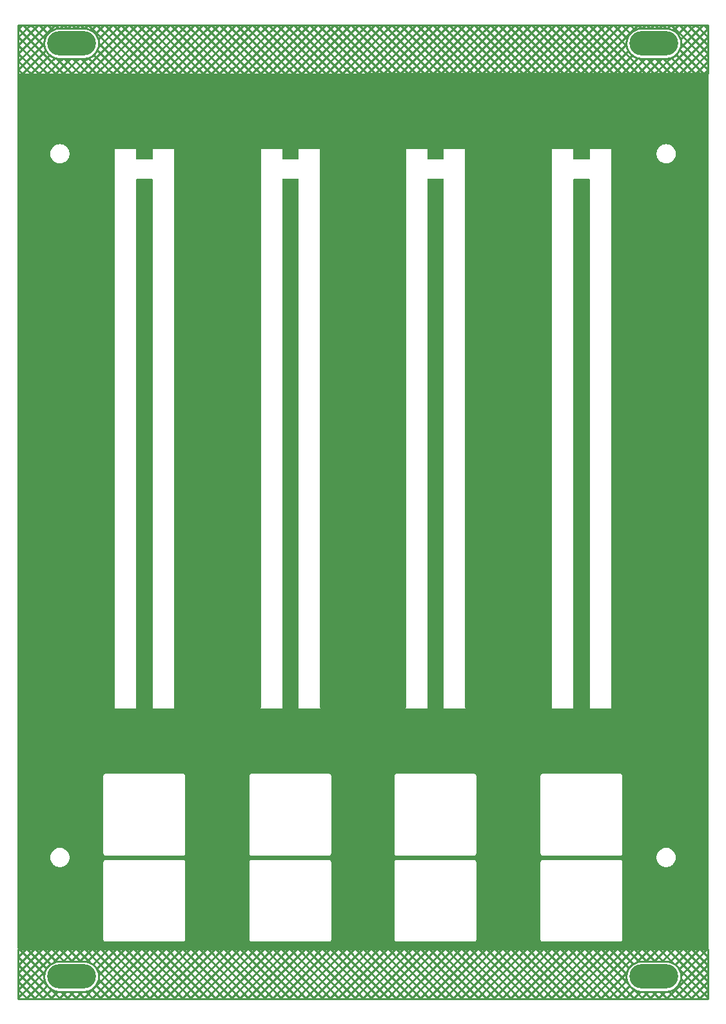
<source format=gbl>
G04 Layer: BottomLayer*
G04 EasyEDA v6.5.29, 2023-07-18 10:35:04*
G04 3d4cdd4c9cf84954a9378beb5d92b1fd,5a6b42c53f6a479593ecc07194224c93,10*
G04 Gerber Generator version 0.2*
G04 Scale: 100 percent, Rotated: No, Reflected: No *
G04 Dimensions in millimeters *
G04 leading zeros omitted , absolute positions ,4 integer and 5 decimal *
%FSLAX45Y45*%
%MOMM*%

%ADD10C,0.2540*%
%ADD11O,6.4000126X3.1999936*%

%LPD*%
G36*
X36068Y698500D02*
G01*
X32156Y699262D01*
X28905Y701497D01*
X26670Y704748D01*
X25908Y708660D01*
X25908Y3837940D01*
X26670Y3841851D01*
X28905Y3845102D01*
X32156Y3847337D01*
X36068Y3848100D01*
X32156Y3848862D01*
X28905Y3851097D01*
X26670Y3854348D01*
X25908Y3858260D01*
X25908Y12150090D01*
X26670Y12154001D01*
X28905Y12157303D01*
X32156Y12159488D01*
X36068Y12160250D01*
X9095232Y12166600D01*
X9099092Y12165787D01*
X9102394Y12163602D01*
X9104630Y12160300D01*
X9105392Y12156440D01*
X9105392Y708660D01*
X9104630Y704748D01*
X9102394Y701497D01*
X9099143Y699262D01*
X9095232Y698500D01*
G37*

%LPC*%
G36*
X584200Y10999317D02*
G01*
X599389Y11000232D01*
X614324Y11002975D01*
X628853Y11007496D01*
X642721Y11013744D01*
X655726Y11021618D01*
X667664Y11030966D01*
X678434Y11041735D01*
X687781Y11053673D01*
X695655Y11066678D01*
X701903Y11080546D01*
X706424Y11095075D01*
X709168Y11110010D01*
X710082Y11125200D01*
X709168Y11140389D01*
X706424Y11155324D01*
X701903Y11169853D01*
X695655Y11183721D01*
X687781Y11196726D01*
X678434Y11208664D01*
X667664Y11219434D01*
X655726Y11228832D01*
X642721Y11236655D01*
X628853Y11242903D01*
X614324Y11247424D01*
X599389Y11250168D01*
X584200Y11251082D01*
X569010Y11250168D01*
X554075Y11247424D01*
X539546Y11242903D01*
X525678Y11236655D01*
X512673Y11228832D01*
X500735Y11219434D01*
X489966Y11208664D01*
X480618Y11196726D01*
X472744Y11183721D01*
X466496Y11169853D01*
X461975Y11155324D01*
X459232Y11140389D01*
X458317Y11125200D01*
X459232Y11110010D01*
X461975Y11095075D01*
X466496Y11080546D01*
X472744Y11066678D01*
X480618Y11053673D01*
X489966Y11041735D01*
X500735Y11030966D01*
X512673Y11021618D01*
X525678Y11013744D01*
X539546Y11007496D01*
X554075Y11002975D01*
X569010Y11000232D01*
G37*
G36*
X6924446Y786892D02*
G01*
X7943342Y786892D01*
X7949641Y787603D01*
X7955127Y789533D01*
X7960004Y792581D01*
X7964119Y796696D01*
X7967167Y801573D01*
X7969097Y807059D01*
X7969808Y813358D01*
X7969808Y1832254D01*
X7969097Y1838553D01*
X7967167Y1843989D01*
X7964119Y1848916D01*
X7960004Y1852980D01*
X7955127Y1856079D01*
X7949641Y1858010D01*
X7943342Y1858721D01*
X6924446Y1858721D01*
X6918147Y1858010D01*
X6912711Y1856079D01*
X6907784Y1852980D01*
X6903720Y1848916D01*
X6900621Y1843989D01*
X6898690Y1838553D01*
X6897979Y1832254D01*
X6897979Y813358D01*
X6898690Y807059D01*
X6900621Y801573D01*
X6903720Y796696D01*
X6907784Y792581D01*
X6912711Y789533D01*
X6918147Y787603D01*
G37*
G36*
X3101746Y786892D02*
G01*
X4120642Y786892D01*
X4126941Y787603D01*
X4132427Y789533D01*
X4137304Y792581D01*
X4141419Y796696D01*
X4144467Y801573D01*
X4146397Y807059D01*
X4147108Y813358D01*
X4147108Y1832254D01*
X4146397Y1838553D01*
X4144467Y1843989D01*
X4141419Y1848916D01*
X4137304Y1852980D01*
X4132427Y1856079D01*
X4126941Y1858010D01*
X4120642Y1858721D01*
X3101746Y1858721D01*
X3095447Y1858010D01*
X3090011Y1856079D01*
X3085084Y1852980D01*
X3081020Y1848916D01*
X3077921Y1843989D01*
X3075990Y1838553D01*
X3075279Y1832254D01*
X3075279Y813358D01*
X3075990Y807059D01*
X3077921Y801573D01*
X3081020Y796696D01*
X3085084Y792581D01*
X3090011Y789533D01*
X3095447Y787603D01*
G37*
G36*
X8547100Y1766417D02*
G01*
X8562238Y1767332D01*
X8577224Y1770075D01*
X8591702Y1774596D01*
X8605570Y1780844D01*
X8618575Y1788718D01*
X8630564Y1798066D01*
X8641334Y1808835D01*
X8650681Y1820773D01*
X8658555Y1833778D01*
X8664803Y1847646D01*
X8669324Y1862175D01*
X8672068Y1877110D01*
X8672982Y1892300D01*
X8672068Y1907489D01*
X8669324Y1922424D01*
X8664803Y1936953D01*
X8658555Y1950821D01*
X8650681Y1963826D01*
X8641334Y1975764D01*
X8630564Y1986534D01*
X8618575Y1995932D01*
X8605570Y2003755D01*
X8591702Y2010003D01*
X8577224Y2014524D01*
X8562238Y2017268D01*
X8547100Y2018182D01*
X8531910Y2017268D01*
X8516975Y2014524D01*
X8502446Y2010003D01*
X8488578Y2003755D01*
X8475573Y1995932D01*
X8463584Y1986534D01*
X8452866Y1975764D01*
X8443468Y1963826D01*
X8435594Y1950821D01*
X8429396Y1936953D01*
X8424875Y1922424D01*
X8422132Y1907489D01*
X8421217Y1892300D01*
X8422132Y1877110D01*
X8424875Y1862175D01*
X8429396Y1847646D01*
X8435594Y1833778D01*
X8443468Y1820773D01*
X8452866Y1808835D01*
X8463584Y1798066D01*
X8475573Y1788718D01*
X8488578Y1780844D01*
X8502446Y1774596D01*
X8516975Y1770075D01*
X8531910Y1767332D01*
G37*
G36*
X584200Y1766417D02*
G01*
X599389Y1767332D01*
X614324Y1770075D01*
X628853Y1774596D01*
X642721Y1780844D01*
X655726Y1788718D01*
X667664Y1798066D01*
X678434Y1808835D01*
X687781Y1820773D01*
X695655Y1833778D01*
X701903Y1847646D01*
X706424Y1862175D01*
X709168Y1877110D01*
X710082Y1892300D01*
X709168Y1907489D01*
X706424Y1922424D01*
X701903Y1936953D01*
X695655Y1950821D01*
X687781Y1963826D01*
X678434Y1975764D01*
X667664Y1986534D01*
X655726Y1995932D01*
X642721Y2003755D01*
X628853Y2010003D01*
X614324Y2014524D01*
X599389Y2017268D01*
X584200Y2018182D01*
X569010Y2017268D01*
X554075Y2014524D01*
X539546Y2010003D01*
X525678Y2003755D01*
X512673Y1995932D01*
X500735Y1986534D01*
X489966Y1975764D01*
X480618Y1963826D01*
X472744Y1950821D01*
X466496Y1936953D01*
X461975Y1922424D01*
X459232Y1907489D01*
X458317Y1892300D01*
X459232Y1877110D01*
X461975Y1862175D01*
X466496Y1847646D01*
X472744Y1833778D01*
X480618Y1820773D01*
X489966Y1808835D01*
X500735Y1798066D01*
X512673Y1788718D01*
X525678Y1780844D01*
X539546Y1774596D01*
X554075Y1770075D01*
X569010Y1767332D01*
G37*
G36*
X1184046Y1917192D02*
G01*
X2202942Y1917192D01*
X2209241Y1917903D01*
X2214727Y1919833D01*
X2219604Y1922881D01*
X2223719Y1926996D01*
X2226767Y1931873D01*
X2228697Y1937359D01*
X2229408Y1943658D01*
X2229408Y2962554D01*
X2228697Y2968853D01*
X2226767Y2974289D01*
X2223719Y2979216D01*
X2219604Y2983280D01*
X2214727Y2986379D01*
X2209241Y2988310D01*
X2202942Y2989021D01*
X1184046Y2989021D01*
X1177747Y2988310D01*
X1172311Y2986379D01*
X1167384Y2983280D01*
X1163320Y2979216D01*
X1160221Y2974289D01*
X1158290Y2968853D01*
X1157579Y2962554D01*
X1157579Y1943658D01*
X1158290Y1937359D01*
X1160221Y1931873D01*
X1163320Y1926996D01*
X1167384Y1922881D01*
X1172311Y1919833D01*
X1177747Y1917903D01*
G37*
G36*
X3101746Y1917192D02*
G01*
X4120642Y1917192D01*
X4126941Y1917903D01*
X4132427Y1919833D01*
X4137304Y1922881D01*
X4141419Y1926996D01*
X4144467Y1931873D01*
X4146397Y1937359D01*
X4147108Y1943658D01*
X4147108Y2962554D01*
X4146397Y2968853D01*
X4144467Y2974289D01*
X4141419Y2979216D01*
X4137304Y2983280D01*
X4132427Y2986379D01*
X4126941Y2988310D01*
X4120642Y2989021D01*
X3101746Y2989021D01*
X3095447Y2988310D01*
X3090011Y2986379D01*
X3085084Y2983280D01*
X3081020Y2979216D01*
X3077921Y2974289D01*
X3075990Y2968853D01*
X3075279Y2962554D01*
X3075279Y1943658D01*
X3075990Y1937359D01*
X3077921Y1931873D01*
X3081020Y1926996D01*
X3085084Y1922881D01*
X3090011Y1919833D01*
X3095447Y1917903D01*
G37*
G36*
X5006746Y786892D02*
G01*
X6025642Y786892D01*
X6031941Y787603D01*
X6037427Y789533D01*
X6042304Y792581D01*
X6046419Y796696D01*
X6049467Y801573D01*
X6051397Y807059D01*
X6052108Y813358D01*
X6052108Y1832254D01*
X6051397Y1838553D01*
X6049467Y1843989D01*
X6046419Y1848916D01*
X6042304Y1852980D01*
X6037427Y1856079D01*
X6031941Y1858010D01*
X6025642Y1858721D01*
X5006746Y1858721D01*
X5000447Y1858010D01*
X4995011Y1856079D01*
X4990084Y1852980D01*
X4986020Y1848916D01*
X4982921Y1843989D01*
X4980990Y1838553D01*
X4980279Y1832254D01*
X4980279Y813358D01*
X4980990Y807059D01*
X4982921Y801573D01*
X4986020Y796696D01*
X4990084Y792581D01*
X4995011Y789533D01*
X5000447Y787603D01*
G37*
G36*
X5006746Y1917192D02*
G01*
X6025642Y1917192D01*
X6031941Y1917903D01*
X6037427Y1919833D01*
X6042304Y1922881D01*
X6046419Y1926996D01*
X6049467Y1931873D01*
X6051397Y1937359D01*
X6052108Y1943658D01*
X6052108Y2962554D01*
X6051397Y2968853D01*
X6049467Y2974289D01*
X6046419Y2979216D01*
X6042304Y2983280D01*
X6037427Y2986379D01*
X6031941Y2988310D01*
X6025642Y2989021D01*
X5006746Y2989021D01*
X5000447Y2988310D01*
X4995011Y2986379D01*
X4990084Y2983280D01*
X4986020Y2979216D01*
X4982921Y2974289D01*
X4980990Y2968853D01*
X4980279Y2962554D01*
X4980279Y1943658D01*
X4980990Y1937359D01*
X4982921Y1931873D01*
X4986020Y1926996D01*
X4990084Y1922881D01*
X4995011Y1919833D01*
X5000447Y1917903D01*
G37*
G36*
X7038340Y3848100D02*
G01*
X7326884Y3848100D01*
X7327900Y3849115D01*
X7327900Y10784840D01*
X7328662Y10788751D01*
X7330897Y10792002D01*
X7334148Y10794238D01*
X7338059Y10795000D01*
X7533640Y10795000D01*
X7537551Y10794238D01*
X7540802Y10792002D01*
X7543038Y10788751D01*
X7543800Y10784840D01*
X7543800Y3849115D01*
X7544816Y3848100D01*
X7822184Y3848100D01*
X7823200Y3849115D01*
X7823200Y11187684D01*
X7822184Y11188700D01*
X7544816Y11188700D01*
X7543800Y11187684D01*
X7543800Y11059160D01*
X7543038Y11055248D01*
X7540802Y11051997D01*
X7537551Y11049762D01*
X7533640Y11049000D01*
X7338059Y11049000D01*
X7334148Y11049762D01*
X7330897Y11051997D01*
X7328662Y11055248D01*
X7327900Y11059160D01*
X7327900Y11187684D01*
X7326884Y11188700D01*
X7049516Y11188700D01*
X7048500Y11187684D01*
X7048500Y3858260D01*
X7047738Y3854348D01*
X7045502Y3851097D01*
X7042251Y3848862D01*
G37*
G36*
X1184046Y786892D02*
G01*
X2202942Y786892D01*
X2209241Y787603D01*
X2214727Y789533D01*
X2219604Y792581D01*
X2223719Y796696D01*
X2226767Y801573D01*
X2228697Y807059D01*
X2229408Y813358D01*
X2229408Y1832254D01*
X2228697Y1838553D01*
X2226767Y1843989D01*
X2223719Y1848916D01*
X2219604Y1852980D01*
X2214727Y1856079D01*
X2209241Y1858010D01*
X2202942Y1858721D01*
X1184046Y1858721D01*
X1177747Y1858010D01*
X1172311Y1856079D01*
X1167384Y1852980D01*
X1163320Y1848916D01*
X1160221Y1843989D01*
X1158290Y1838553D01*
X1157579Y1832254D01*
X1157579Y813358D01*
X1158290Y807059D01*
X1160221Y801573D01*
X1163320Y796696D01*
X1167384Y792581D01*
X1172311Y789533D01*
X1177747Y787603D01*
G37*
G36*
X5120640Y3848100D02*
G01*
X5409184Y3848100D01*
X5410200Y3849115D01*
X5410200Y10784840D01*
X5410962Y10788751D01*
X5413197Y10792002D01*
X5416448Y10794238D01*
X5420360Y10795000D01*
X5615940Y10795000D01*
X5619851Y10794238D01*
X5623102Y10792002D01*
X5625338Y10788751D01*
X5626100Y10784840D01*
X5626100Y3849115D01*
X5627116Y3848100D01*
X5915660Y3848100D01*
X5911748Y3848862D01*
X5908497Y3851097D01*
X5906262Y3854348D01*
X5905500Y3858260D01*
X5905500Y11187684D01*
X5904484Y11188700D01*
X5627116Y11188700D01*
X5626100Y11187684D01*
X5626100Y11059160D01*
X5625338Y11055248D01*
X5623102Y11051997D01*
X5619851Y11049762D01*
X5615940Y11049000D01*
X5420360Y11049000D01*
X5416448Y11049762D01*
X5413197Y11051997D01*
X5410962Y11055248D01*
X5410200Y11059160D01*
X5410200Y11187684D01*
X5409184Y11188700D01*
X5131816Y11188700D01*
X5130800Y11187684D01*
X5130800Y3858260D01*
X5130038Y3854348D01*
X5127802Y3851097D01*
X5124551Y3848862D01*
G37*
G36*
X3215640Y3848100D02*
G01*
X3504184Y3848100D01*
X3505200Y3849115D01*
X3505200Y10784840D01*
X3505962Y10788751D01*
X3508197Y10792002D01*
X3511448Y10794238D01*
X3515360Y10795000D01*
X3710940Y10795000D01*
X3714851Y10794238D01*
X3718102Y10792002D01*
X3720337Y10788751D01*
X3721100Y10784840D01*
X3721100Y3849115D01*
X3722115Y3848100D01*
X4010660Y3848100D01*
X4006748Y3848862D01*
X4003497Y3851097D01*
X4001262Y3854348D01*
X4000500Y3858260D01*
X4000500Y11187684D01*
X3999484Y11188700D01*
X3722115Y11188700D01*
X3721100Y11187684D01*
X3721100Y11059160D01*
X3720337Y11055248D01*
X3718102Y11051997D01*
X3714851Y11049762D01*
X3710940Y11049000D01*
X3515360Y11049000D01*
X3511448Y11049762D01*
X3508197Y11051997D01*
X3505962Y11055248D01*
X3505200Y11059160D01*
X3505200Y11187684D01*
X3504184Y11188700D01*
X3226816Y11188700D01*
X3225800Y11187684D01*
X3225800Y3858260D01*
X3225038Y3854348D01*
X3222802Y3851097D01*
X3219551Y3848862D01*
G37*
G36*
X1297940Y3848100D02*
G01*
X1586484Y3848100D01*
X1587500Y3849115D01*
X1587500Y10784840D01*
X1588262Y10788751D01*
X1590497Y10792002D01*
X1593748Y10794238D01*
X1597660Y10795000D01*
X1793239Y10795000D01*
X1797151Y10794238D01*
X1800402Y10792002D01*
X1802638Y10788751D01*
X1803400Y10784840D01*
X1803400Y3849115D01*
X1804416Y3848100D01*
X2092960Y3848100D01*
X2089048Y3848862D01*
X2085797Y3851097D01*
X2083562Y3854348D01*
X2082800Y3858260D01*
X2082800Y11187684D01*
X2081784Y11188700D01*
X1804416Y11188700D01*
X1803400Y11187684D01*
X1803400Y11059160D01*
X1802638Y11055248D01*
X1800402Y11051997D01*
X1797151Y11049762D01*
X1793239Y11049000D01*
X1597660Y11049000D01*
X1593748Y11049762D01*
X1590497Y11051997D01*
X1588262Y11055248D01*
X1587500Y11059160D01*
X1587500Y11187684D01*
X1586484Y11188700D01*
X1309116Y11188700D01*
X1308100Y11187684D01*
X1308100Y3858260D01*
X1307338Y3854348D01*
X1305102Y3851097D01*
X1301851Y3848862D01*
G37*
G36*
X8547100Y10999317D02*
G01*
X8562238Y11000232D01*
X8577224Y11002975D01*
X8591702Y11007496D01*
X8605570Y11013744D01*
X8618575Y11021618D01*
X8630564Y11030966D01*
X8641334Y11041735D01*
X8650681Y11053673D01*
X8658555Y11066678D01*
X8664803Y11080546D01*
X8669324Y11095075D01*
X8672068Y11110010D01*
X8672982Y11125200D01*
X8672068Y11140389D01*
X8669324Y11155324D01*
X8664803Y11169853D01*
X8658555Y11183721D01*
X8650681Y11196726D01*
X8641334Y11208664D01*
X8630564Y11219434D01*
X8618575Y11228832D01*
X8605570Y11236655D01*
X8591702Y11242903D01*
X8577224Y11247424D01*
X8562238Y11250168D01*
X8547100Y11251082D01*
X8531910Y11250168D01*
X8516975Y11247424D01*
X8502446Y11242903D01*
X8488578Y11236655D01*
X8475573Y11228832D01*
X8463584Y11219434D01*
X8452866Y11208664D01*
X8443468Y11196726D01*
X8435594Y11183721D01*
X8429396Y11169853D01*
X8424875Y11155324D01*
X8422132Y11140389D01*
X8421217Y11125200D01*
X8422132Y11110010D01*
X8424875Y11095075D01*
X8429396Y11080546D01*
X8435594Y11066678D01*
X8443468Y11053673D01*
X8452866Y11041735D01*
X8463584Y11030966D01*
X8475573Y11021618D01*
X8488578Y11013744D01*
X8502446Y11007496D01*
X8516975Y11002975D01*
X8531910Y11000232D01*
G37*
G36*
X6924446Y1917192D02*
G01*
X7943342Y1917192D01*
X7949641Y1917903D01*
X7955127Y1919833D01*
X7960004Y1922881D01*
X7964119Y1926996D01*
X7967167Y1931873D01*
X7969097Y1937359D01*
X7969808Y1943658D01*
X7969808Y2962554D01*
X7969097Y2968853D01*
X7967167Y2974289D01*
X7964119Y2979216D01*
X7960004Y2983280D01*
X7955127Y2986379D01*
X7949641Y2988310D01*
X7943342Y2989021D01*
X6924446Y2989021D01*
X6918147Y2988310D01*
X6912711Y2986379D01*
X6907784Y2983280D01*
X6903720Y2979216D01*
X6900621Y2974289D01*
X6898690Y2968853D01*
X6897979Y2962554D01*
X6897979Y1943658D01*
X6898690Y1937359D01*
X6900621Y1931873D01*
X6903720Y1926996D01*
X6907784Y1922881D01*
X6912711Y1919833D01*
X6918147Y1917903D01*
G37*

%LPD*%
D10*
X8978900Y685800D02*
G01*
X8978900Y749300D01*
X8978900Y12128500D02*
G01*
X8978900Y12192000D01*
X38862Y12173230D02*
G01*
X38862Y12813537D01*
X38862Y12813537D02*
G01*
X9092438Y12813537D01*
X9092438Y12813537D02*
G01*
X9092438Y12179527D01*
X9092438Y12179527D02*
G01*
X38862Y12173230D01*
X8068276Y12446843D02*
G01*
X8081382Y12432383D01*
X8081382Y12432383D02*
G01*
X8095842Y12419277D01*
X8095842Y12419277D02*
G01*
X8111517Y12407652D01*
X8111517Y12407652D02*
G01*
X8128256Y12397619D01*
X8128256Y12397619D02*
G01*
X8145897Y12389275D01*
X8145897Y12389275D02*
G01*
X8164272Y12382701D01*
X8164272Y12382701D02*
G01*
X8183203Y12377959D01*
X8183203Y12377959D02*
G01*
X8202507Y12375095D01*
X8202507Y12375095D02*
G01*
X8221999Y12374138D01*
X8221999Y12374138D02*
G01*
X8542000Y12374138D01*
X8542000Y12374138D02*
G01*
X8561492Y12375095D01*
X8561492Y12375095D02*
G01*
X8580796Y12377959D01*
X8580796Y12377959D02*
G01*
X8599727Y12382701D01*
X8599727Y12382701D02*
G01*
X8618102Y12389275D01*
X8618102Y12389275D02*
G01*
X8635743Y12397619D01*
X8635743Y12397619D02*
G01*
X8652482Y12407652D01*
X8652482Y12407652D02*
G01*
X8668157Y12419277D01*
X8668157Y12419277D02*
G01*
X8682617Y12432383D01*
X8682617Y12432383D02*
G01*
X8695723Y12446843D01*
X8695723Y12446843D02*
G01*
X8707348Y12462518D01*
X8707348Y12462518D02*
G01*
X8717381Y12479257D01*
X8717381Y12479257D02*
G01*
X8725725Y12496898D01*
X8725725Y12496898D02*
G01*
X8732299Y12515273D01*
X8732299Y12515273D02*
G01*
X8737041Y12534204D01*
X8737041Y12534204D02*
G01*
X8739905Y12553508D01*
X8739905Y12553508D02*
G01*
X8740862Y12573000D01*
X8740862Y12573000D02*
G01*
X8739905Y12592491D01*
X8739905Y12592491D02*
G01*
X8737041Y12611795D01*
X8737041Y12611795D02*
G01*
X8732299Y12630726D01*
X8732299Y12630726D02*
G01*
X8725725Y12649101D01*
X8725725Y12649101D02*
G01*
X8717381Y12666742D01*
X8717381Y12666742D02*
G01*
X8707348Y12683481D01*
X8707348Y12683481D02*
G01*
X8695723Y12699156D01*
X8695723Y12699156D02*
G01*
X8682617Y12713616D01*
X8682617Y12713616D02*
G01*
X8668157Y12726722D01*
X8668157Y12726722D02*
G01*
X8652482Y12738347D01*
X8652482Y12738347D02*
G01*
X8635743Y12748380D01*
X8635743Y12748380D02*
G01*
X8618102Y12756724D01*
X8618102Y12756724D02*
G01*
X8599727Y12763298D01*
X8599727Y12763298D02*
G01*
X8580796Y12768040D01*
X8580796Y12768040D02*
G01*
X8561492Y12770904D01*
X8561492Y12770904D02*
G01*
X8542000Y12771861D01*
X8542000Y12771861D02*
G01*
X8221999Y12771861D01*
X8221999Y12771861D02*
G01*
X8202507Y12770904D01*
X8202507Y12770904D02*
G01*
X8183203Y12768040D01*
X8183203Y12768040D02*
G01*
X8164272Y12763298D01*
X8164272Y12763298D02*
G01*
X8145897Y12756724D01*
X8145897Y12756724D02*
G01*
X8128256Y12748380D01*
X8128256Y12748380D02*
G01*
X8111517Y12738347D01*
X8111517Y12738347D02*
G01*
X8095842Y12726722D01*
X8095842Y12726722D02*
G01*
X8081382Y12713616D01*
X8081382Y12713616D02*
G01*
X8068276Y12699156D01*
X8068276Y12699156D02*
G01*
X8056651Y12683481D01*
X8056651Y12683481D02*
G01*
X8046618Y12666742D01*
X8046618Y12666742D02*
G01*
X8038274Y12649101D01*
X8038274Y12649101D02*
G01*
X8031700Y12630726D01*
X8031700Y12630726D02*
G01*
X8026958Y12611795D01*
X8026958Y12611795D02*
G01*
X8024094Y12592491D01*
X8024094Y12592491D02*
G01*
X8023137Y12573000D01*
X8023137Y12573000D02*
G01*
X8024094Y12553508D01*
X8024094Y12553508D02*
G01*
X8026958Y12534204D01*
X8026958Y12534204D02*
G01*
X8031700Y12515273D01*
X8031700Y12515273D02*
G01*
X8038274Y12496898D01*
X8038274Y12496898D02*
G01*
X8046618Y12479257D01*
X8046618Y12479257D02*
G01*
X8056651Y12462518D01*
X8056651Y12462518D02*
G01*
X8068276Y12446843D01*
X435982Y12432383D02*
G01*
X450442Y12419277D01*
X450442Y12419277D02*
G01*
X466117Y12407652D01*
X466117Y12407652D02*
G01*
X482856Y12397619D01*
X482856Y12397619D02*
G01*
X500497Y12389275D01*
X500497Y12389275D02*
G01*
X518872Y12382701D01*
X518872Y12382701D02*
G01*
X537803Y12377959D01*
X537803Y12377959D02*
G01*
X557107Y12375095D01*
X557107Y12375095D02*
G01*
X576599Y12374138D01*
X576599Y12374138D02*
G01*
X896600Y12374138D01*
X896600Y12374138D02*
G01*
X916092Y12375095D01*
X916092Y12375095D02*
G01*
X935396Y12377959D01*
X935396Y12377959D02*
G01*
X954327Y12382701D01*
X954327Y12382701D02*
G01*
X972702Y12389275D01*
X972702Y12389275D02*
G01*
X990343Y12397619D01*
X990343Y12397619D02*
G01*
X1007082Y12407652D01*
X1007082Y12407652D02*
G01*
X1022757Y12419277D01*
X1022757Y12419277D02*
G01*
X1037217Y12432383D01*
X1037217Y12432383D02*
G01*
X1050323Y12446843D01*
X1050323Y12446843D02*
G01*
X1061948Y12462518D01*
X1061948Y12462518D02*
G01*
X1071981Y12479257D01*
X1071981Y12479257D02*
G01*
X1080325Y12496898D01*
X1080325Y12496898D02*
G01*
X1086899Y12515273D01*
X1086899Y12515273D02*
G01*
X1091641Y12534204D01*
X1091641Y12534204D02*
G01*
X1094505Y12553508D01*
X1094505Y12553508D02*
G01*
X1095462Y12573000D01*
X1095462Y12573000D02*
G01*
X1094505Y12592491D01*
X1094505Y12592491D02*
G01*
X1091641Y12611795D01*
X1091641Y12611795D02*
G01*
X1086899Y12630726D01*
X1086899Y12630726D02*
G01*
X1080325Y12649101D01*
X1080325Y12649101D02*
G01*
X1071981Y12666742D01*
X1071981Y12666742D02*
G01*
X1061948Y12683481D01*
X1061948Y12683481D02*
G01*
X1050323Y12699156D01*
X1050323Y12699156D02*
G01*
X1037217Y12713616D01*
X1037217Y12713616D02*
G01*
X1022757Y12726722D01*
X1022757Y12726722D02*
G01*
X1007082Y12738347D01*
X1007082Y12738347D02*
G01*
X990343Y12748380D01*
X990343Y12748380D02*
G01*
X972702Y12756724D01*
X972702Y12756724D02*
G01*
X954327Y12763298D01*
X954327Y12763298D02*
G01*
X935396Y12768040D01*
X935396Y12768040D02*
G01*
X916092Y12770904D01*
X916092Y12770904D02*
G01*
X896600Y12771861D01*
X896600Y12771861D02*
G01*
X576599Y12771861D01*
X576599Y12771861D02*
G01*
X557107Y12770904D01*
X557107Y12770904D02*
G01*
X537803Y12768040D01*
X537803Y12768040D02*
G01*
X518872Y12763298D01*
X518872Y12763298D02*
G01*
X500497Y12756724D01*
X500497Y12756724D02*
G01*
X482856Y12748380D01*
X482856Y12748380D02*
G01*
X466117Y12738347D01*
X466117Y12738347D02*
G01*
X450442Y12726722D01*
X450442Y12726722D02*
G01*
X435982Y12713616D01*
X435982Y12713616D02*
G01*
X422876Y12699156D01*
X422876Y12699156D02*
G01*
X411251Y12683481D01*
X411251Y12683481D02*
G01*
X401218Y12666742D01*
X401218Y12666742D02*
G01*
X392874Y12649101D01*
X392874Y12649101D02*
G01*
X386300Y12630726D01*
X386300Y12630726D02*
G01*
X381558Y12611795D01*
X381558Y12611795D02*
G01*
X378694Y12592491D01*
X378694Y12592491D02*
G01*
X377737Y12573000D01*
X377737Y12573000D02*
G01*
X378694Y12553508D01*
X378694Y12553508D02*
G01*
X381558Y12534204D01*
X381558Y12534204D02*
G01*
X386300Y12515273D01*
X386300Y12515273D02*
G01*
X392874Y12496898D01*
X392874Y12496898D02*
G01*
X401218Y12479257D01*
X401218Y12479257D02*
G01*
X411251Y12462518D01*
X411251Y12462518D02*
G01*
X422876Y12446843D01*
X422876Y12446843D02*
G01*
X435982Y12432383D01*
X38862Y12228167D02*
G01*
X93760Y12173269D01*
X38862Y12335930D02*
G01*
X201448Y12173344D01*
X38862Y12443693D02*
G01*
X309137Y12173418D01*
X38862Y12551456D02*
G01*
X416825Y12173493D01*
X38862Y12659220D02*
G01*
X524513Y12173568D01*
X38862Y12766983D02*
G01*
X632201Y12173643D01*
X100070Y12813537D02*
G01*
X382278Y12531330D01*
X534929Y12378679D02*
G01*
X739889Y12173718D01*
X207833Y12813537D02*
G01*
X387445Y12633926D01*
X647233Y12374138D02*
G01*
X847577Y12173793D01*
X315596Y12813537D02*
G01*
X426252Y12702881D01*
X754996Y12374138D02*
G01*
X955266Y12173868D01*
X423359Y12813537D02*
G01*
X486699Y12750198D01*
X862759Y12374138D02*
G01*
X1062954Y12173943D01*
X531122Y12813537D02*
G01*
X572976Y12771683D01*
X959948Y12384712D02*
G01*
X1170642Y12174018D01*
X638885Y12813537D02*
G01*
X680562Y12771861D01*
X1028206Y12424216D02*
G01*
X1278330Y12174093D01*
X746648Y12813537D02*
G01*
X788325Y12771861D01*
X1074854Y12485332D02*
G01*
X1386018Y12174167D01*
X854411Y12813537D02*
G01*
X896088Y12771861D01*
X1095438Y12572511D02*
G01*
X1493707Y12174242D01*
X962174Y12813537D02*
G01*
X1601395Y12174317D01*
X1069937Y12813537D02*
G01*
X1709083Y12174392D01*
X1177700Y12813537D02*
G01*
X1816771Y12174467D01*
X1285464Y12813537D02*
G01*
X1924459Y12174542D01*
X1393227Y12813537D02*
G01*
X2032148Y12174617D01*
X1500990Y12813537D02*
G01*
X2139836Y12174692D01*
X1608753Y12813537D02*
G01*
X2247524Y12174766D01*
X1716516Y12813537D02*
G01*
X2355212Y12174841D01*
X1824279Y12813537D02*
G01*
X2462900Y12174916D01*
X1932042Y12813537D02*
G01*
X2570588Y12174991D01*
X2039805Y12813537D02*
G01*
X2678277Y12175066D01*
X2147568Y12813537D02*
G01*
X2785965Y12175141D01*
X2255331Y12813537D02*
G01*
X2893653Y12175216D01*
X2363094Y12813537D02*
G01*
X3001341Y12175291D01*
X2470857Y12813537D02*
G01*
X3109029Y12175366D01*
X2578620Y12813537D02*
G01*
X3216717Y12175440D01*
X2686384Y12813537D02*
G01*
X3324406Y12175515D01*
X2794147Y12813537D02*
G01*
X3432094Y12175590D01*
X2901910Y12813537D02*
G01*
X3539782Y12175665D01*
X3009673Y12813537D02*
G01*
X3647470Y12175740D01*
X3117436Y12813537D02*
G01*
X3755158Y12175815D01*
X3225199Y12813537D02*
G01*
X3862847Y12175890D01*
X3332962Y12813537D02*
G01*
X3970535Y12175965D01*
X3440725Y12813537D02*
G01*
X4078223Y12176040D01*
X3548488Y12813537D02*
G01*
X4185911Y12176114D01*
X3656251Y12813537D02*
G01*
X4293599Y12176189D01*
X3764014Y12813537D02*
G01*
X4401288Y12176264D01*
X3871777Y12813537D02*
G01*
X4508976Y12176339D01*
X3979540Y12813537D02*
G01*
X4616664Y12176414D01*
X4087303Y12813537D02*
G01*
X4724352Y12176489D01*
X4195067Y12813537D02*
G01*
X4832040Y12176564D01*
X4302830Y12813537D02*
G01*
X4939729Y12176639D01*
X4410593Y12813537D02*
G01*
X5047417Y12176714D01*
X4518356Y12813537D02*
G01*
X5155105Y12176788D01*
X4626119Y12813537D02*
G01*
X5262793Y12176863D01*
X4733882Y12813537D02*
G01*
X5370481Y12176938D01*
X4841645Y12813537D02*
G01*
X5478169Y12177013D01*
X4949408Y12813537D02*
G01*
X5585858Y12177088D01*
X5057171Y12813537D02*
G01*
X5693546Y12177163D01*
X5164934Y12813537D02*
G01*
X5801234Y12177238D01*
X5272697Y12813537D02*
G01*
X5908922Y12177313D01*
X5380460Y12813537D02*
G01*
X6016610Y12177388D01*
X5488223Y12813537D02*
G01*
X6124299Y12177462D01*
X5595987Y12813537D02*
G01*
X6231987Y12177537D01*
X5703750Y12813537D02*
G01*
X6339675Y12177612D01*
X5811513Y12813537D02*
G01*
X6447363Y12177687D01*
X5919276Y12813537D02*
G01*
X6555051Y12177762D01*
X6027039Y12813537D02*
G01*
X6662740Y12177837D01*
X6134802Y12813537D02*
G01*
X6770428Y12177912D01*
X6242565Y12813537D02*
G01*
X6878116Y12177987D01*
X6350328Y12813537D02*
G01*
X6985804Y12178062D01*
X6458091Y12813537D02*
G01*
X7093492Y12178136D01*
X6565854Y12813537D02*
G01*
X7201180Y12178211D01*
X6673617Y12813537D02*
G01*
X7308869Y12178286D01*
X6781380Y12813537D02*
G01*
X7416557Y12178361D01*
X6889143Y12813537D02*
G01*
X7524245Y12178436D01*
X6996907Y12813537D02*
G01*
X7631933Y12178511D01*
X7104670Y12813537D02*
G01*
X7739621Y12178586D01*
X7212433Y12813537D02*
G01*
X7847309Y12178661D01*
X7320196Y12813537D02*
G01*
X7954998Y12178735D01*
X7427959Y12813537D02*
G01*
X8062686Y12178810D01*
X7535722Y12813537D02*
G01*
X8170374Y12178885D01*
X7643485Y12813537D02*
G01*
X8278062Y12178960D01*
X7751248Y12813537D02*
G01*
X8026327Y12538459D01*
X8187458Y12377328D02*
G01*
X8385751Y12179035D01*
X7859011Y12813537D02*
G01*
X8034367Y12638181D01*
X8298411Y12374138D02*
G01*
X8493439Y12179110D01*
X7966774Y12813537D02*
G01*
X8074400Y12705912D01*
X8406174Y12374138D02*
G01*
X8601127Y12179185D01*
X8074537Y12813537D02*
G01*
X8136022Y12752053D01*
X8513937Y12374138D02*
G01*
X8708815Y12179260D01*
X8182300Y12813537D02*
G01*
X8223977Y12771861D01*
X8609603Y12386235D02*
G01*
X8816503Y12179335D01*
X8290063Y12813537D02*
G01*
X8331740Y12771861D01*
X8676637Y12426963D02*
G01*
X8924191Y12179409D01*
X8397826Y12813537D02*
G01*
X8439503Y12771861D01*
X8722109Y12489254D02*
G01*
X9031880Y12179484D01*
X8505590Y12813537D02*
G01*
X8547538Y12771589D01*
X8740590Y12578537D02*
G01*
X9092438Y12226690D01*
X8613353Y12813537D02*
G01*
X9092438Y12334453D01*
X8721116Y12813537D02*
G01*
X9092438Y12442216D01*
X8828879Y12813537D02*
G01*
X9092438Y12549979D01*
X8936642Y12813537D02*
G01*
X9092438Y12657742D01*
X9044405Y12813537D02*
G01*
X9092438Y12765505D01*
X9043763Y12179493D02*
G01*
X9092438Y12228167D01*
X8935925Y12179418D02*
G01*
X9092438Y12335930D01*
X8828087Y12179343D02*
G01*
X9092438Y12443693D01*
X8720249Y12179268D02*
G01*
X9092438Y12551456D01*
X8612411Y12179193D02*
G01*
X9092438Y12659220D01*
X8504573Y12179118D02*
G01*
X9092438Y12766983D01*
X8396734Y12179043D02*
G01*
X8600763Y12383072D01*
X8731928Y12514237D02*
G01*
X9031229Y12813537D01*
X8288896Y12178968D02*
G01*
X8484066Y12374138D01*
X8733973Y12624044D02*
G01*
X8923466Y12813537D01*
X8181058Y12178893D02*
G01*
X8376303Y12374138D01*
X8698107Y12695941D02*
G01*
X8815703Y12813537D01*
X8073220Y12178818D02*
G01*
X8268540Y12374138D01*
X8640144Y12745742D02*
G01*
X8707940Y12813537D01*
X7965382Y12178743D02*
G01*
X8168325Y12381685D01*
X8557728Y12771089D02*
G01*
X8600177Y12813537D01*
X7857544Y12178668D02*
G01*
X8097169Y12418293D01*
X8450737Y12771861D02*
G01*
X8492414Y12813537D01*
X7749706Y12178593D02*
G01*
X8048024Y12476911D01*
X8342974Y12771861D02*
G01*
X8384651Y12813537D01*
X7641868Y12178518D02*
G01*
X8023756Y12560405D01*
X8235211Y12771861D02*
G01*
X8276888Y12813537D01*
X7534030Y12178443D02*
G01*
X8169125Y12813537D01*
X7426192Y12178368D02*
G01*
X8061362Y12813537D01*
X7318354Y12178293D02*
G01*
X7953599Y12813537D01*
X7210516Y12178218D02*
G01*
X7845835Y12813537D01*
X7102678Y12178143D02*
G01*
X7738072Y12813537D01*
X6994839Y12178068D02*
G01*
X7630309Y12813537D01*
X6887001Y12177993D02*
G01*
X7522546Y12813537D01*
X6779163Y12177918D02*
G01*
X7414783Y12813537D01*
X6671325Y12177843D02*
G01*
X7307020Y12813537D01*
X6563487Y12177768D02*
G01*
X7199257Y12813537D01*
X6455649Y12177693D02*
G01*
X7091494Y12813537D01*
X6347811Y12177618D02*
G01*
X6983731Y12813537D01*
X6239973Y12177543D02*
G01*
X6875968Y12813537D01*
X6132135Y12177468D02*
G01*
X6768205Y12813537D01*
X6024297Y12177393D02*
G01*
X6660442Y12813537D01*
X5916459Y12177318D02*
G01*
X6552679Y12813537D01*
X5808621Y12177243D02*
G01*
X6444915Y12813537D01*
X5700783Y12177168D02*
G01*
X6337152Y12813537D01*
X5592945Y12177093D02*
G01*
X6229389Y12813537D01*
X5485107Y12177018D02*
G01*
X6121626Y12813537D01*
X5377269Y12176943D02*
G01*
X6013863Y12813537D01*
X5269430Y12176868D02*
G01*
X5906100Y12813537D01*
X5161592Y12176793D02*
G01*
X5798337Y12813537D01*
X5053754Y12176718D02*
G01*
X5690574Y12813537D01*
X4945916Y12176643D02*
G01*
X5582811Y12813537D01*
X4838078Y12176568D02*
G01*
X5475048Y12813537D01*
X4730240Y12176493D02*
G01*
X5367285Y12813537D01*
X4622402Y12176418D02*
G01*
X5259522Y12813537D01*
X4514564Y12176343D02*
G01*
X5151759Y12813537D01*
X4406726Y12176268D02*
G01*
X5043996Y12813537D01*
X4298888Y12176193D02*
G01*
X4936232Y12813537D01*
X4191050Y12176118D02*
G01*
X4828469Y12813537D01*
X4083212Y12176043D02*
G01*
X4720706Y12813537D01*
X3975374Y12175968D02*
G01*
X4612943Y12813537D01*
X3867536Y12175893D02*
G01*
X4505180Y12813537D01*
X3759698Y12175818D02*
G01*
X4397417Y12813537D01*
X3651860Y12175743D02*
G01*
X4289654Y12813537D01*
X3544021Y12175668D02*
G01*
X4181891Y12813537D01*
X3436183Y12175593D02*
G01*
X4074128Y12813537D01*
X3328345Y12175518D02*
G01*
X3966365Y12813537D01*
X3220507Y12175443D02*
G01*
X3858602Y12813537D01*
X3112669Y12175368D02*
G01*
X3750839Y12813537D01*
X3004831Y12175293D02*
G01*
X3643076Y12813537D01*
X2896993Y12175218D02*
G01*
X3535312Y12813537D01*
X2789155Y12175143D02*
G01*
X3427549Y12813537D01*
X2681317Y12175068D02*
G01*
X3319786Y12813537D01*
X2573479Y12174993D02*
G01*
X3212023Y12813537D01*
X2465641Y12174918D02*
G01*
X3104260Y12813537D01*
X2357803Y12174843D02*
G01*
X2996497Y12813537D01*
X2249965Y12174768D02*
G01*
X2888734Y12813537D01*
X2142127Y12174693D02*
G01*
X2780971Y12813537D01*
X2034289Y12174618D02*
G01*
X2673208Y12813537D01*
X1926451Y12174543D02*
G01*
X2565445Y12813537D01*
X1818612Y12174468D02*
G01*
X2457682Y12813537D01*
X1710774Y12174393D02*
G01*
X2349919Y12813537D01*
X1602936Y12174318D02*
G01*
X2242156Y12813537D01*
X1495098Y12174243D02*
G01*
X2134392Y12813537D01*
X1387260Y12174168D02*
G01*
X2026629Y12813537D01*
X1279422Y12174093D02*
G01*
X1918866Y12813537D01*
X1171584Y12174018D02*
G01*
X1811103Y12813537D01*
X1063746Y12173943D02*
G01*
X1703340Y12813537D01*
X955908Y12173868D02*
G01*
X1595577Y12813537D01*
X848070Y12173793D02*
G01*
X1487814Y12813537D01*
X740232Y12173718D02*
G01*
X947506Y12380992D01*
X1088608Y12522094D02*
G01*
X1380051Y12813537D01*
X632394Y12173643D02*
G01*
X832888Y12374138D01*
X1087415Y12628665D02*
G01*
X1272288Y12813537D01*
X524556Y12173568D02*
G01*
X725125Y12374138D01*
X1050237Y12699250D02*
G01*
X1164525Y12813537D01*
X416717Y12173493D02*
G01*
X617362Y12374138D01*
X991132Y12747907D02*
G01*
X1056762Y12813537D01*
X308880Y12173418D02*
G01*
X518349Y12382888D01*
X906820Y12771359D02*
G01*
X948999Y12813537D01*
X201042Y12173343D02*
G01*
X448624Y12420925D01*
X799559Y12771861D02*
G01*
X841236Y12813537D01*
X93203Y12173268D02*
G01*
X400567Y12480632D01*
X691796Y12771861D02*
G01*
X733473Y12813537D01*
X38862Y12226690D02*
G01*
X378085Y12565913D01*
X584033Y12771861D02*
G01*
X625709Y12813537D01*
X38862Y12334453D02*
G01*
X517946Y12813537D01*
X38862Y12442216D02*
G01*
X410183Y12813537D01*
X38862Y12549979D02*
G01*
X302420Y12813537D01*
X38862Y12657742D02*
G01*
X194657Y12813537D01*
X38862Y12765505D02*
G01*
X86894Y12813537D01*
X9092438Y38862D02*
G01*
X38862Y38862D01*
X38862Y38862D02*
G01*
X38862Y685545D01*
X38862Y685545D02*
G01*
X9092438Y685545D01*
X9092438Y685545D02*
G01*
X9092438Y38862D01*
X435982Y189583D02*
G01*
X450442Y176477D01*
X450442Y176477D02*
G01*
X466117Y164852D01*
X466117Y164852D02*
G01*
X482856Y154819D01*
X482856Y154819D02*
G01*
X500497Y146475D01*
X500497Y146475D02*
G01*
X518872Y139901D01*
X518872Y139901D02*
G01*
X537803Y135159D01*
X537803Y135159D02*
G01*
X557107Y132295D01*
X557107Y132295D02*
G01*
X576599Y131338D01*
X576599Y131338D02*
G01*
X896600Y131338D01*
X896600Y131338D02*
G01*
X916092Y132295D01*
X916092Y132295D02*
G01*
X935396Y135159D01*
X935396Y135159D02*
G01*
X954327Y139901D01*
X954327Y139901D02*
G01*
X972702Y146475D01*
X972702Y146475D02*
G01*
X990343Y154819D01*
X990343Y154819D02*
G01*
X1007082Y164852D01*
X1007082Y164852D02*
G01*
X1022757Y176477D01*
X1022757Y176477D02*
G01*
X1037217Y189583D01*
X1037217Y189583D02*
G01*
X1050323Y204043D01*
X1050323Y204043D02*
G01*
X1061948Y219718D01*
X1061948Y219718D02*
G01*
X1071981Y236457D01*
X1071981Y236457D02*
G01*
X1080325Y254098D01*
X1080325Y254098D02*
G01*
X1086899Y272473D01*
X1086899Y272473D02*
G01*
X1091641Y291404D01*
X1091641Y291404D02*
G01*
X1094505Y310708D01*
X1094505Y310708D02*
G01*
X1095462Y330200D01*
X1095462Y330200D02*
G01*
X1094505Y349691D01*
X1094505Y349691D02*
G01*
X1091641Y368995D01*
X1091641Y368995D02*
G01*
X1086899Y387926D01*
X1086899Y387926D02*
G01*
X1080325Y406301D01*
X1080325Y406301D02*
G01*
X1071981Y423942D01*
X1071981Y423942D02*
G01*
X1061948Y440681D01*
X1061948Y440681D02*
G01*
X1050323Y456356D01*
X1050323Y456356D02*
G01*
X1037217Y470816D01*
X1037217Y470816D02*
G01*
X1022757Y483922D01*
X1022757Y483922D02*
G01*
X1007082Y495547D01*
X1007082Y495547D02*
G01*
X990343Y505580D01*
X990343Y505580D02*
G01*
X972702Y513924D01*
X972702Y513924D02*
G01*
X954327Y520498D01*
X954327Y520498D02*
G01*
X935396Y525240D01*
X935396Y525240D02*
G01*
X916092Y528104D01*
X916092Y528104D02*
G01*
X896600Y529061D01*
X896600Y529061D02*
G01*
X576599Y529061D01*
X576599Y529061D02*
G01*
X557107Y528104D01*
X557107Y528104D02*
G01*
X537803Y525240D01*
X537803Y525240D02*
G01*
X518872Y520498D01*
X518872Y520498D02*
G01*
X500497Y513924D01*
X500497Y513924D02*
G01*
X482856Y505580D01*
X482856Y505580D02*
G01*
X466117Y495547D01*
X466117Y495547D02*
G01*
X450442Y483922D01*
X450442Y483922D02*
G01*
X435982Y470816D01*
X435982Y470816D02*
G01*
X422876Y456356D01*
X422876Y456356D02*
G01*
X411251Y440681D01*
X411251Y440681D02*
G01*
X401218Y423942D01*
X401218Y423942D02*
G01*
X392874Y406301D01*
X392874Y406301D02*
G01*
X386300Y387926D01*
X386300Y387926D02*
G01*
X381558Y368995D01*
X381558Y368995D02*
G01*
X378694Y349691D01*
X378694Y349691D02*
G01*
X377737Y330200D01*
X377737Y330200D02*
G01*
X378694Y310708D01*
X378694Y310708D02*
G01*
X381558Y291404D01*
X381558Y291404D02*
G01*
X386300Y272473D01*
X386300Y272473D02*
G01*
X392874Y254098D01*
X392874Y254098D02*
G01*
X401218Y236457D01*
X401218Y236457D02*
G01*
X411251Y219718D01*
X411251Y219718D02*
G01*
X422876Y204043D01*
X422876Y204043D02*
G01*
X435982Y189583D01*
X8068276Y204043D02*
G01*
X8081382Y189583D01*
X8081382Y189583D02*
G01*
X8095842Y176477D01*
X8095842Y176477D02*
G01*
X8111517Y164852D01*
X8111517Y164852D02*
G01*
X8128256Y154819D01*
X8128256Y154819D02*
G01*
X8145897Y146475D01*
X8145897Y146475D02*
G01*
X8164272Y139901D01*
X8164272Y139901D02*
G01*
X8183203Y135159D01*
X8183203Y135159D02*
G01*
X8202507Y132295D01*
X8202507Y132295D02*
G01*
X8221999Y131338D01*
X8221999Y131338D02*
G01*
X8542000Y131338D01*
X8542000Y131338D02*
G01*
X8561492Y132295D01*
X8561492Y132295D02*
G01*
X8580796Y135159D01*
X8580796Y135159D02*
G01*
X8599727Y139901D01*
X8599727Y139901D02*
G01*
X8618102Y146475D01*
X8618102Y146475D02*
G01*
X8635743Y154819D01*
X8635743Y154819D02*
G01*
X8652482Y164852D01*
X8652482Y164852D02*
G01*
X8668157Y176477D01*
X8668157Y176477D02*
G01*
X8682617Y189583D01*
X8682617Y189583D02*
G01*
X8695723Y204043D01*
X8695723Y204043D02*
G01*
X8707348Y219718D01*
X8707348Y219718D02*
G01*
X8717381Y236457D01*
X8717381Y236457D02*
G01*
X8725725Y254098D01*
X8725725Y254098D02*
G01*
X8732299Y272473D01*
X8732299Y272473D02*
G01*
X8737041Y291404D01*
X8737041Y291404D02*
G01*
X8739905Y310708D01*
X8739905Y310708D02*
G01*
X8740862Y330200D01*
X8740862Y330200D02*
G01*
X8739905Y349691D01*
X8739905Y349691D02*
G01*
X8737041Y368995D01*
X8737041Y368995D02*
G01*
X8732299Y387926D01*
X8732299Y387926D02*
G01*
X8725725Y406301D01*
X8725725Y406301D02*
G01*
X8717381Y423942D01*
X8717381Y423942D02*
G01*
X8707348Y440681D01*
X8707348Y440681D02*
G01*
X8695723Y456356D01*
X8695723Y456356D02*
G01*
X8682617Y470816D01*
X8682617Y470816D02*
G01*
X8668157Y483922D01*
X8668157Y483922D02*
G01*
X8652482Y495547D01*
X8652482Y495547D02*
G01*
X8635743Y505580D01*
X8635743Y505580D02*
G01*
X8618102Y513924D01*
X8618102Y513924D02*
G01*
X8599727Y520498D01*
X8599727Y520498D02*
G01*
X8580796Y525240D01*
X8580796Y525240D02*
G01*
X8561492Y528104D01*
X8561492Y528104D02*
G01*
X8542000Y529061D01*
X8542000Y529061D02*
G01*
X8221999Y529061D01*
X8221999Y529061D02*
G01*
X8202507Y528104D01*
X8202507Y528104D02*
G01*
X8183203Y525240D01*
X8183203Y525240D02*
G01*
X8164272Y520498D01*
X8164272Y520498D02*
G01*
X8145897Y513924D01*
X8145897Y513924D02*
G01*
X8128256Y505580D01*
X8128256Y505580D02*
G01*
X8111517Y495547D01*
X8111517Y495547D02*
G01*
X8095842Y483922D01*
X8095842Y483922D02*
G01*
X8081382Y470816D01*
X8081382Y470816D02*
G01*
X8068276Y456356D01*
X8068276Y456356D02*
G01*
X8056651Y440681D01*
X8056651Y440681D02*
G01*
X8046618Y423942D01*
X8046618Y423942D02*
G01*
X8038274Y406301D01*
X8038274Y406301D02*
G01*
X8031700Y387926D01*
X8031700Y387926D02*
G01*
X8026958Y368995D01*
X8026958Y368995D02*
G01*
X8024094Y349691D01*
X8024094Y349691D02*
G01*
X8023137Y330200D01*
X8023137Y330200D02*
G01*
X8024094Y310708D01*
X8024094Y310708D02*
G01*
X8026958Y291404D01*
X8026958Y291404D02*
G01*
X8031700Y272473D01*
X8031700Y272473D02*
G01*
X8038274Y254098D01*
X8038274Y254098D02*
G01*
X8046618Y236457D01*
X8046618Y236457D02*
G01*
X8056651Y219718D01*
X8056651Y219718D02*
G01*
X8068276Y204043D01*
X38862Y50940D02*
G01*
X50940Y38862D01*
X38862Y158703D02*
G01*
X158703Y38862D01*
X38862Y266466D02*
G01*
X266466Y38862D01*
X38862Y374229D02*
G01*
X374229Y38862D01*
X38862Y481992D02*
G01*
X481992Y38862D01*
X38862Y589755D02*
G01*
X418003Y210614D01*
X457013Y171604D02*
G01*
X589755Y38862D01*
X50835Y685545D02*
G01*
X379727Y356653D01*
X605042Y131338D02*
G01*
X697519Y38862D01*
X158598Y685545D02*
G01*
X408332Y435811D01*
X712805Y131338D02*
G01*
X805282Y38862D01*
X266361Y685545D02*
G01*
X460514Y491392D01*
X820568Y131338D02*
G01*
X913045Y38862D01*
X374124Y685545D02*
G01*
X535105Y524564D01*
X925917Y133753D02*
G01*
X1020808Y38862D01*
X481887Y685545D02*
G01*
X638371Y529061D01*
X1004267Y163165D02*
G01*
X1128571Y38862D01*
X589650Y685545D02*
G01*
X746134Y529061D01*
X1059193Y216003D02*
G01*
X1236334Y38862D01*
X697413Y685545D02*
G01*
X853897Y529061D01*
X1091624Y291335D02*
G01*
X1344097Y38862D01*
X805176Y685545D02*
G01*
X980474Y510248D01*
X1076649Y414073D02*
G01*
X1451860Y38862D01*
X912939Y685545D02*
G01*
X1559623Y38862D01*
X1020702Y685545D02*
G01*
X1667386Y38862D01*
X1128465Y685545D02*
G01*
X1775149Y38862D01*
X1236228Y685545D02*
G01*
X1882912Y38862D01*
X1343991Y685545D02*
G01*
X1990675Y38862D01*
X1451755Y685545D02*
G01*
X2098439Y38862D01*
X1559518Y685545D02*
G01*
X2206202Y38862D01*
X1667281Y685545D02*
G01*
X2313965Y38862D01*
X1775044Y685545D02*
G01*
X2421728Y38862D01*
X1882807Y685545D02*
G01*
X2529491Y38862D01*
X1990570Y685545D02*
G01*
X2637254Y38862D01*
X2098333Y685545D02*
G01*
X2745017Y38862D01*
X2206096Y685545D02*
G01*
X2852780Y38862D01*
X2313859Y685545D02*
G01*
X2960543Y38862D01*
X2421622Y685545D02*
G01*
X3068306Y38862D01*
X2529385Y685545D02*
G01*
X3176069Y38862D01*
X2637148Y685545D02*
G01*
X3283832Y38862D01*
X2744911Y685545D02*
G01*
X3391595Y38862D01*
X2852675Y685545D02*
G01*
X3499359Y38862D01*
X2960438Y685545D02*
G01*
X3607122Y38862D01*
X3068201Y685545D02*
G01*
X3714885Y38862D01*
X3175964Y685545D02*
G01*
X3822648Y38862D01*
X3283727Y685545D02*
G01*
X3930411Y38862D01*
X3391490Y685545D02*
G01*
X4038174Y38862D01*
X3499253Y685545D02*
G01*
X4145937Y38862D01*
X3607016Y685545D02*
G01*
X4253700Y38862D01*
X3714779Y685545D02*
G01*
X4361463Y38862D01*
X3822542Y685545D02*
G01*
X4469226Y38862D01*
X3930305Y685545D02*
G01*
X4576989Y38862D01*
X4038068Y685545D02*
G01*
X4684752Y38862D01*
X4145831Y685545D02*
G01*
X4792515Y38862D01*
X4253594Y685545D02*
G01*
X4900278Y38862D01*
X4361358Y685545D02*
G01*
X5008042Y38862D01*
X4469121Y685545D02*
G01*
X5115805Y38862D01*
X4576884Y685545D02*
G01*
X5223568Y38862D01*
X4684647Y685545D02*
G01*
X5331331Y38862D01*
X4792410Y685545D02*
G01*
X5439094Y38862D01*
X4900173Y685545D02*
G01*
X5546857Y38862D01*
X5007936Y685545D02*
G01*
X5654620Y38862D01*
X5115699Y685545D02*
G01*
X5762383Y38862D01*
X5223462Y685545D02*
G01*
X5870146Y38862D01*
X5331225Y685545D02*
G01*
X5977909Y38862D01*
X5438988Y685545D02*
G01*
X6085672Y38862D01*
X5546751Y685545D02*
G01*
X6193435Y38862D01*
X5654514Y685545D02*
G01*
X6301198Y38862D01*
X5762277Y685545D02*
G01*
X6408961Y38862D01*
X5870041Y685545D02*
G01*
X6516725Y38862D01*
X5977804Y685545D02*
G01*
X6624488Y38862D01*
X6085567Y685545D02*
G01*
X6732251Y38862D01*
X6193330Y685545D02*
G01*
X6840014Y38862D01*
X6301093Y685545D02*
G01*
X6947777Y38862D01*
X6408856Y685545D02*
G01*
X7055540Y38862D01*
X6516619Y685545D02*
G01*
X7163303Y38862D01*
X6624382Y685545D02*
G01*
X7271066Y38862D01*
X6732145Y685545D02*
G01*
X7378829Y38862D01*
X6839908Y685545D02*
G01*
X7486592Y38862D01*
X6947671Y685545D02*
G01*
X7594355Y38862D01*
X7055434Y685545D02*
G01*
X7702118Y38862D01*
X7163197Y685545D02*
G01*
X7809881Y38862D01*
X7270960Y685545D02*
G01*
X7917644Y38862D01*
X7378723Y685545D02*
G01*
X8025407Y38862D01*
X7486487Y685545D02*
G01*
X8133171Y38862D01*
X7594250Y685545D02*
G01*
X8051525Y228270D01*
X8120069Y159726D02*
G01*
X8240934Y38862D01*
X7702013Y685545D02*
G01*
X8025873Y361685D01*
X8256220Y131338D02*
G01*
X8348697Y38862D01*
X7809776Y685545D02*
G01*
X8055898Y439424D01*
X8363984Y131338D02*
G01*
X8456460Y38862D01*
X7917539Y685545D02*
G01*
X8109232Y493852D01*
X8471747Y131338D02*
G01*
X8564223Y38862D01*
X8025302Y685545D02*
G01*
X8185297Y525551D01*
X8576348Y134499D02*
G01*
X8671986Y38862D01*
X8133065Y685545D02*
G01*
X8289549Y529061D01*
X8653215Y165396D02*
G01*
X8779749Y38862D01*
X8240828Y685545D02*
G01*
X8397312Y529061D01*
X8707053Y219320D02*
G01*
X8887512Y38862D01*
X8348591Y685545D02*
G01*
X8505075Y529061D01*
X8737776Y296360D02*
G01*
X8995275Y38862D01*
X8456354Y685545D02*
G01*
X8637183Y504717D01*
X8716518Y425382D02*
G01*
X9092438Y49462D01*
X8564117Y685545D02*
G01*
X9092438Y157225D01*
X8671880Y685545D02*
G01*
X9092438Y264988D01*
X8779643Y685545D02*
G01*
X9092438Y372751D01*
X8887406Y685545D02*
G01*
X9092438Y480514D01*
X8995170Y685545D02*
G01*
X9092438Y588278D01*
X9080359Y38862D02*
G01*
X9092438Y50940D01*
X8972596Y38862D02*
G01*
X9092438Y158703D01*
X8864833Y38862D02*
G01*
X9092438Y266466D01*
X8757070Y38862D02*
G01*
X9092438Y374229D01*
X8649307Y38862D02*
G01*
X9092438Y481992D01*
X8541544Y38862D02*
G01*
X9092438Y589755D01*
X8433780Y38862D02*
G01*
X8526257Y131338D01*
X8740125Y345206D02*
G01*
X9080464Y685545D01*
X8326017Y38862D02*
G01*
X8418494Y131338D01*
X8715026Y427870D02*
G01*
X8972701Y685545D01*
X8218254Y38862D02*
G01*
X8310731Y131338D01*
X8665377Y485984D02*
G01*
X8864938Y685545D01*
X8110491Y38862D02*
G01*
X8203859Y132229D01*
X8593650Y522020D02*
G01*
X8757175Y685545D01*
X8002728Y38862D02*
G01*
X8122272Y158406D01*
X8492928Y529061D02*
G01*
X8649412Y685545D01*
X7894965Y38862D02*
G01*
X8064814Y208711D01*
X8385165Y529061D02*
G01*
X8541649Y685545D01*
X7787202Y38862D02*
G01*
X8029519Y281179D01*
X8277402Y529061D02*
G01*
X8433886Y685545D01*
X7679439Y38862D02*
G01*
X8033481Y392903D01*
X8159295Y518717D02*
G01*
X8326123Y685545D01*
X7571676Y38862D02*
G01*
X8218360Y685545D01*
X7463913Y38862D02*
G01*
X8110597Y685545D01*
X7356150Y38862D02*
G01*
X8002834Y685545D01*
X7248387Y38862D02*
G01*
X7895071Y685545D01*
X7140624Y38862D02*
G01*
X7787308Y685545D01*
X7032860Y38862D02*
G01*
X7679544Y685545D01*
X6925097Y38862D02*
G01*
X7571781Y685545D01*
X6817334Y38862D02*
G01*
X7464018Y685545D01*
X6709571Y38862D02*
G01*
X7356255Y685545D01*
X6601808Y38862D02*
G01*
X7248492Y685545D01*
X6494045Y38862D02*
G01*
X7140729Y685545D01*
X6386282Y38862D02*
G01*
X7032966Y685545D01*
X6278519Y38862D02*
G01*
X6925203Y685545D01*
X6170756Y38862D02*
G01*
X6817440Y685545D01*
X6062993Y38862D02*
G01*
X6709677Y685545D01*
X5955230Y38862D02*
G01*
X6601914Y685545D01*
X5847467Y38862D02*
G01*
X6494151Y685545D01*
X5739704Y38862D02*
G01*
X6386388Y685545D01*
X5631940Y38862D02*
G01*
X6278624Y685545D01*
X5524177Y38862D02*
G01*
X6170861Y685545D01*
X5416414Y38862D02*
G01*
X6063098Y685545D01*
X5308651Y38862D02*
G01*
X5955335Y685545D01*
X5200888Y38862D02*
G01*
X5847572Y685545D01*
X5093125Y38862D02*
G01*
X5739809Y685545D01*
X4985362Y38862D02*
G01*
X5632046Y685545D01*
X4877599Y38862D02*
G01*
X5524283Y685545D01*
X4769836Y38862D02*
G01*
X5416520Y685545D01*
X4662073Y38862D02*
G01*
X5308757Y685545D01*
X4554310Y38862D02*
G01*
X5200994Y685545D01*
X4446547Y38862D02*
G01*
X5093231Y685545D01*
X4338784Y38862D02*
G01*
X4985468Y685545D01*
X4231021Y38862D02*
G01*
X4877705Y685545D01*
X4123257Y38862D02*
G01*
X4769941Y685545D01*
X4015494Y38862D02*
G01*
X4662178Y685545D01*
X3907731Y38862D02*
G01*
X4554415Y685545D01*
X3799968Y38862D02*
G01*
X4446652Y685545D01*
X3692205Y38862D02*
G01*
X4338889Y685545D01*
X3584442Y38862D02*
G01*
X4231126Y685545D01*
X3476679Y38862D02*
G01*
X4123363Y685545D01*
X3368916Y38862D02*
G01*
X4015600Y685545D01*
X3261153Y38862D02*
G01*
X3907837Y685545D01*
X3153390Y38862D02*
G01*
X3800074Y685545D01*
X3045627Y38862D02*
G01*
X3692311Y685545D01*
X2937864Y38862D02*
G01*
X3584548Y685545D01*
X2830101Y38862D02*
G01*
X3476785Y685545D01*
X2722338Y38862D02*
G01*
X3369022Y685545D01*
X2614574Y38862D02*
G01*
X3261258Y685545D01*
X2506811Y38862D02*
G01*
X3153495Y685545D01*
X2399048Y38862D02*
G01*
X3045732Y685545D01*
X2291285Y38862D02*
G01*
X2937969Y685545D01*
X2183522Y38862D02*
G01*
X2830206Y685545D01*
X2075759Y38862D02*
G01*
X2722443Y685545D01*
X1967996Y38862D02*
G01*
X2614680Y685545D01*
X1860233Y38862D02*
G01*
X2506917Y685545D01*
X1752470Y38862D02*
G01*
X2399154Y685545D01*
X1644707Y38862D02*
G01*
X2291391Y685545D01*
X1536944Y38862D02*
G01*
X2183628Y685545D01*
X1429181Y38862D02*
G01*
X2075865Y685545D01*
X1321418Y38862D02*
G01*
X1968102Y685545D01*
X1213655Y38862D02*
G01*
X1860339Y685545D01*
X1105892Y38862D02*
G01*
X1752576Y685545D01*
X998128Y38862D02*
G01*
X1644812Y685545D01*
X890365Y38862D02*
G01*
X1537049Y685545D01*
X782602Y38862D02*
G01*
X875079Y131338D01*
X1094366Y350625D02*
G01*
X1429286Y685545D01*
X674839Y38862D02*
G01*
X767315Y131338D01*
X1067461Y431483D02*
G01*
X1321523Y685545D01*
X567076Y38862D02*
G01*
X659552Y131338D01*
X1016659Y488444D02*
G01*
X1213760Y685545D01*
X459313Y38862D02*
G01*
X553310Y132859D01*
X943629Y523178D02*
G01*
X1105997Y685545D01*
X351550Y38862D02*
G01*
X473259Y160571D01*
X841750Y529061D02*
G01*
X998234Y685545D01*
X243787Y38862D02*
G01*
X416954Y212029D01*
X733987Y529061D02*
G01*
X890471Y685545D01*
X136024Y38862D02*
G01*
X382962Y285799D01*
X626224Y529061D02*
G01*
X782708Y685545D01*
X38862Y49462D02*
G01*
X391300Y401901D01*
X504897Y515498D02*
G01*
X674945Y685545D01*
X38862Y157225D02*
G01*
X567182Y685545D01*
X38862Y264988D02*
G01*
X459419Y685545D01*
X38862Y372751D02*
G01*
X351656Y685545D01*
X38862Y480514D02*
G01*
X243893Y685545D01*
X38862Y588278D02*
G01*
X136129Y685545D01*
D11*
G01*
X736600Y12573000D03*
G01*
X8382000Y12573000D03*
G01*
X736600Y330200D03*
G01*
X8382000Y330200D03*
M02*

</source>
